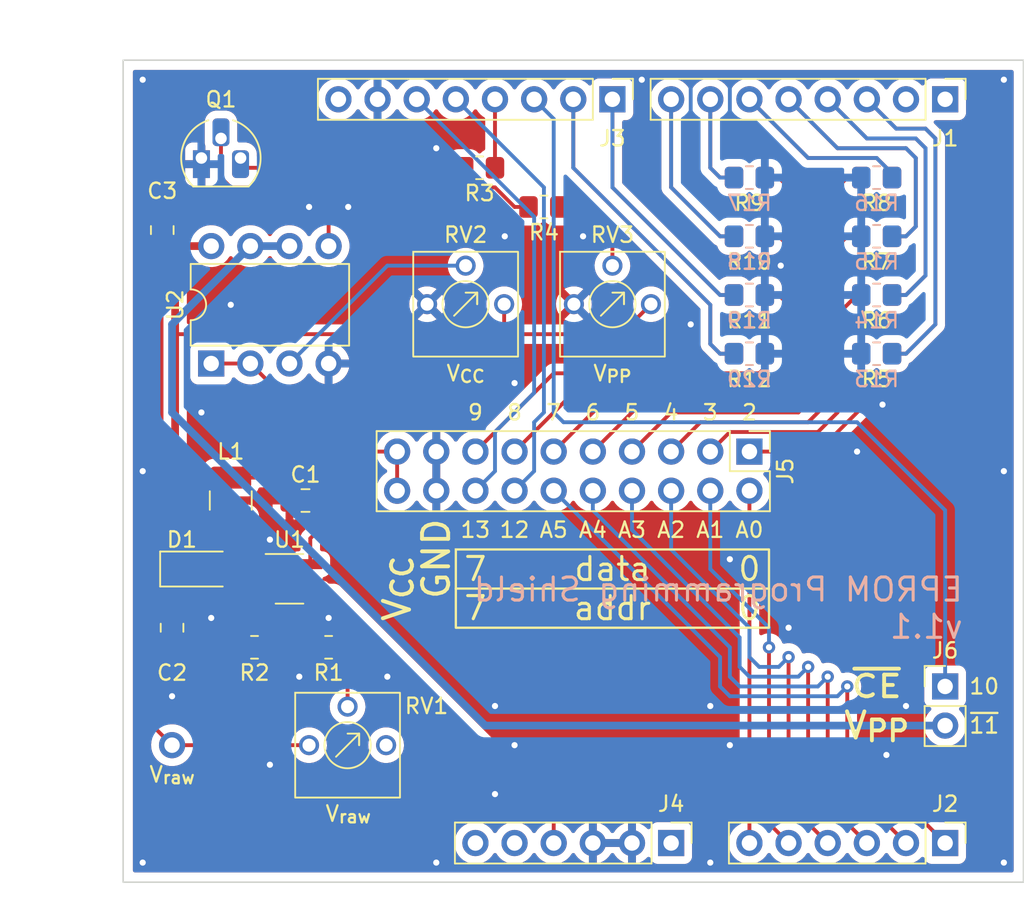
<source format=kicad_pcb>
(kicad_pcb (version 20211014) (generator pcbnew)
  (layers (0 "F.Cu" signal) (31 "B.Cu" signal) (34 "B.Paste" user) (35 "F.Paste" user) (36 "B.SilkS" user "B.Silkscreen") (37 "F.SilkS" user "F.Silkscreen") (38 "B.Mask" user) (39 "F.Mask" user) (44 "Edge.Cuts" user))
  (net 0 "")
  (net 1 "/vccin")
  (net 2 "GND")
  (net 3 "/Vraw")
  (net 4 "Net-(D1-Pad2)")
  (net 7 "/datac0")
  (net 8 "/datac1")
  (net 9 "/datac2")
  (net 10 "/datac3")
  (net 11 "/datac4")
  (net 12 "/datac5")
  (net 13 "/addr0")
  (net 14 "/addr1")
  (net 15 "/addr2")
  (net 16 "/addr3")
  (net 17 "/addr4")
  (net 18 "/addr5")
  (net 19 "/datac6")
  (net 20 "/datac7")
  (net 21 "/ce")
  (net 22 "/vppen")
  (net 23 "/addr6")
  (net 24 "/addr7")
  (net 29 "/data0")
  (net 30 "/data1")
  (net 31 "/data2")
  (net 32 "/data3")
  (net 33 "/data4")
  (net 34 "/data5")
  (net 35 "/data6")
  (net 36 "/data7")
  (net 37 "/vccout")
  (net 38 "/vpp")
  (net 39 "Net-(Q1-Pad2)")
  (net 40 "Net-(Q1-Pad3)")
  (net 41 "Net-(R1-Pad1)")
  (net 43 "Net-(R1-Pad2)")
  (net 44 "Net-(R4-Pad1)")
  (net 45 "Net-(RV2-Pad2)")
  (footprint "Connector_PinHeader_2.54mm:PinHeader_1x06_P2.54mm_Vertical" (layer "F.Cu") (at 175.26 109.22 -90)
    (fp_text reference "J2" (at -2.54 0 180) (layer "F.SilkS"))
    (fp_text value "Conn_01x06")
    (pad "1" thru_hole rect (at 0 0 270) (size 1.7 1.7) (drill 1) (layers *.Cu *.Mask) (net 18 "/addr5"))
    (pad "2" thru_hole oval (at 0 2.54 270) (size 1.7 1.7) (drill 1) (layers *.Cu *.Mask) (net 17 "/addr4"))
    (pad "3" thru_hole oval (at 0 5.08 270) (size 1.7 1.7) (drill 1) (layers *.Cu *.Mask) (net 16 "/addr3"))
    (pad "4" thru_hole oval (at 0 7.62 270) (size 1.7 1.7) (drill 1) (layers *.Cu *.Mask) (net 15 "/addr2"))
    (pad "5" thru_hole oval (at 0 10.16 270) (size 1.7 1.7) (drill 1) (layers *.Cu *.Mask) (net 14 "/addr1"))
    (pad "6" thru_hole oval (at 0 12.7 270) (size 1.7 1.7) (drill 1) (layers *.Cu *.Mask) (net 13 "/addr0"))
  )
  (footprint "MyLibrary:GF063P" (layer "F.Cu") (at 136.485 102.87)
    (fp_text reference "RV1" (at 5.12 -2.54 unlocked) (layer "F.SilkS"))
    (fp_text value "100k")
    (pad "1" thru_hole circle (at -2.5 0) (size 1.3 1.3) (drill 0.85) (layers *.Cu *.Mask) (net 3 "/Vraw"))
    (pad "2" thru_hole circle (at 0 -2.5) (size 1.3 1.3) (drill 0.85) (layers *.Cu *.Mask) (net 41 "Net-(R1-Pad1)"))
    (pad "3" thru_hole circle (at 2.5 0) (size 1.3 1.3) (drill 0.85) (layers *.Cu *.Mask))
  )
  (footprint "Package_TO_SOT_SMD:SOT-23-5_HandSoldering" (layer "F.Cu") (at 132.715 92.075)
    (fp_text reference "U1" (at 0 -2.54) (layer "F.SilkS"))
    (fp_text value "LT1930")
    (pad "1" smd rect (at -1.35 -0.95) (size 1.56 0.65) (layers "F.Cu" "F.Paste" "F.Mask") (net 4 "Net-(D1-Pad2)"))
    (pad "2" smd rect (at -1.35 0) (size 1.56 0.65) (layers "F.Cu" "F.Paste" "F.Mask") (net 2 "GND"))
    (pad "3" smd rect (at -1.35 0.95) (size 1.56 0.65) (layers "F.Cu" "F.Paste" "F.Mask") (net 43 "Net-(R1-Pad2)"))
    (pad "4" smd rect (at 1.35 0.95) (size 1.56 0.65) (layers "F.Cu" "F.Paste" "F.Mask") (net 1 "/vccin"))
    (pad "5" smd rect (at 1.35 -0.95) (size 1.56 0.65) (layers "F.Cu" "F.Paste" "F.Mask") (net 1 "/vccin"))
  )
  (footprint "Connector_PinHeader_2.54mm:PinHeader_1x08_P2.54mm_Vertical" (layer "F.Cu") (at 153.67 60.96 -90)
    (fp_text reference "J3" (at 2.54 0 180) (layer "F.SilkS"))
    (fp_text value "Conn_01x08")
    (pad "1" thru_hole rect (at 0 0 270) (size 1.7 1.7) (drill 1) (layers *.Cu *.Mask) (net 19 "/datac6"))
    (pad "2" thru_hole oval (at 0 2.54 270) (size 1.7 1.7) (drill 1) (layers *.Cu *.Mask) (net 20 "/datac7"))
    (pad "3" thru_hole oval (at 0 5.08 270) (size 1.7 1.7) (drill 1) (layers *.Cu *.Mask) (net 21 "/ce"))
    (pad "4" thru_hole oval (at 0 7.62 270) (size 1.7 1.7) (drill 1) (layers *.Cu *.Mask) (net 22 "/vppen"))
    (pad "5" thru_hole oval (at 0 10.16 270) (size 1.7 1.7) (drill 1) (layers *.Cu *.Mask) (net 23 "/addr6"))
    (pad "6" thru_hole oval (at 0 12.7 270) (size 1.7 1.7) (drill 1) (layers *.Cu *.Mask) (net 24 "/addr7"))
    (pad "7" thru_hole oval (at 0 15.24 270) (size 1.7 1.7) (drill 1) (layers *.Cu *.Mask) (net 2 "GND"))
    (pad "8" thru_hole oval (at 0 17.78 270) (size 1.7 1.7) (drill 1) (layers *.Cu *.Mask))
  )
  (footprint "Resistor_SMD:R_0805_2012Metric_Pad1.20x1.40mm_HandSolder" (layer "F.Cu") (at 170.815 69.85)
    (fp_text reference "R7" (at 0 1.65) (layer "F.SilkS"))
    (fp_text value "3.3k")
    (pad "1" smd roundrect (at -1 0) (size 1.2 1.4) (layers "F.Cu" "F.Paste" "F.Mask") (roundrect_rratio 0.2083333333) (net 31 "/data2"))
    (pad "2" smd roundrect (at 1 0) (size 1.2 1.4) (layers "F.Cu" "F.Paste" "F.Mask") (roundrect_rratio 0.2083333333) (net 9 "/datac2"))
  )
  (footprint "MyLibrary:GF063P" (layer "F.Cu") (at 144.145 74.255)
    (fp_text reference "RV2" (at 0 -4.5 unlocked) (layer "F.SilkS"))
    (fp_text value "100k")
    (pad "1" thru_hole circle (at -2.5 0) (size 1.3 1.3) (drill 0.85) (layers *.Cu *.Mask) (net 2 "GND"))
    (pad "2" thru_hole circle (at 0 -2.5) (size 1.3 1.3) (drill 0.85) (layers *.Cu *.Mask) (net 45 "Net-(RV2-Pad2)"))
    (pad "3" thru_hole circle (at 2.5 0) (size 1.3 1.3) (drill 0.85) (layers *.Cu *.Mask) (net 3 "/Vraw"))
  )
  (footprint "Resistor_SMD:R_0805_2012Metric_Pad1.20x1.40mm_HandSolder" (layer "F.Cu") (at 162.56 73.66 180)
    (fp_text reference "R11" (at 0 -1.65) (layer "F.SilkS"))
    (fp_text value "3.3k")
    (pad "1" smd roundrect (at -1 0 180) (size 1.2 1.4) (layers "F.Cu" "F.Paste" "F.Mask") (roundrect_rratio 0.2083333333) (net 35 "/data6"))
    (pad "2" smd roundrect (at 1 0 180) (size 1.2 1.4) (layers "F.Cu" "F.Paste" "F.Mask") (roundrect_rratio 0.2083333333) (net 19 "/datac6"))
  )
  (footprint "Connector_PinHeader_2.54mm:PinHeader_1x06_P2.54mm_Vertical" (layer "F.Cu") (at 157.48 109.22 -90)
    (fp_text reference "J4" (at -2.54 0 180) (layer "F.SilkS"))
    (fp_text value "Conn_01x06")
    (pad "1" thru_hole rect (at 0 0 270) (size 1.7 1.7) (drill 1) (layers *.Cu *.Mask))
    (pad "2" thru_hole oval (at 0 2.54 270) (size 1.7 1.7) (drill 1) (layers *.Cu *.Mask) (net 2 "GND"))
    (pad "3" thru_hole oval (at 0 5.08 270) (size 1.7 1.7) (drill 1) (layers *.Cu *.Mask) (net 2 "GND"))
    (pad "4" thru_hole oval (at 0 7.62 270) (size 1.7 1.7) (drill 1) (layers *.Cu *.Mask) (net 1 "/vccin"))
    (pad "5" thru_hole oval (at 0 10.16 270) (size 1.7 1.7) (drill 1) (layers *.Cu *.Mask))
    (pad "6" thru_hole oval (at 0 12.7 270) (size 1.7 1.7) (drill 1) (layers *.Cu *.Mask))
  )
  (footprint "Resistor_SMD:R_0805_2012Metric_Pad1.20x1.40mm_HandSolder" (layer "F.Cu") (at 145.05 65.405 180)
    (fp_text reference "R3" (at 0 -1.65) (layer "F.SilkS"))
    (fp_text value "10k")
    (pad "1" smd roundrect (at -1 0 180) (size 1.2 1.4) (layers "F.Cu" "F.Paste" "F.Mask") (roundrect_rratio 0.2083333333) (net 22 "/vppen"))
    (pad "2" smd roundrect (at 1 0 180) (size 1.2 1.4) (layers "F.Cu" "F.Paste" "F.Mask") (roundrect_rratio 0.2083333333) (net 40 "Net-(Q1-Pad3)"))
  )
  (footprint "Resistor_SMD:R_0805_2012Metric_Pad1.20x1.40mm_HandSolder" (layer "F.Cu") (at 162.56 66.04 180)
    (fp_text reference "R9" (at 0 -1.65) (layer "F.SilkS"))
    (fp_text value "3.3k")
    (pad "1" smd roundrect (at -1 0 180) (size 1.2 1.4) (layers "F.Cu" "F.Paste" "F.Mask") (roundrect_rratio 0.2083333333) (net 33 "/data4"))
    (pad "2" smd roundrect (at 1 0 180) (size 1.2 1.4) (layers "F.Cu" "F.Paste" "F.Mask") (roundrect_rratio 0.2083333333) (net 11 "/datac4"))
  )
  (footprint "Resistor_SMD:R_0805_2012Metric_Pad1.20x1.40mm_HandSolder" (layer "F.Cu") (at 149.225 67.945 180)
    (fp_text reference "R4" (at 0 -1.65) (layer "F.SilkS"))
    (fp_text value "10k")
    (pad "1" smd roundrect (at -1 0 180) (size 1.2 1.4) (layers "F.Cu" "F.Paste" "F.Mask") (roundrect_rratio 0.2083333333) (net 44 "Net-(R4-Pad1)"))
    (pad "2" smd roundrect (at 1 0 180) (size 1.2 1.4) (layers "F.Cu" "F.Paste" "F.Mask") (roundrect_rratio 0.2083333333) (net 39 "Net-(Q1-Pad2)"))
  )
  (footprint "Capacitor_SMD:C_0805_2012Metric_Pad1.18x1.45mm_HandSolder" (layer "F.Cu") (at 124.46 69.4475 90)
    (fp_text reference "C3" (at 2.54 0 180) (layer "F.SilkS"))
    (fp_text value "0.1u")
    (pad "1" smd roundrect (at -1.0375 0 90) (size 1.175 1.45) (layers "F.Cu" "F.Paste" "F.Mask") (roundrect_rratio 0.2127659574) (net 3 "/Vraw"))
    (pad "2" smd roundrect (at 1.0375 0 90) (size 1.175 1.45) (layers "F.Cu" "F.Paste" "F.Mask") (roundrect_rratio 0.2127659574) (net 2 "GND"))
  )
  (footprint "Inductor_SMD:L_1210_3225Metric_Pad1.42x2.65mm_HandSolder" (layer "F.Cu") (at 128.905 86.995 -90)
    (fp_text reference "L1" (at -3.175 0 180) (layer "F.SilkS"))
    (fp_text value "10u")
    (pad "1" smd roundrect (at -1.4875 0 270) (size 1.425 2.65) (layers "F.Cu" "F.Paste" "F.Mask") (roundrect_rratio 0.1754392982) (net 1 "/vccin"))
    (pad "2" smd roundrect (at 1.4875 0 270) (size 1.425 2.65) (layers "F.Cu" "F.Paste" "F.Mask") (roundrect_rratio 0.1754392982) (net 4 "Net-(D1-Pad2)"))
  )
  (footprint "Resistor_SMD:R_0805_2012Metric_Pad1.20x1.40mm_HandSolder" (layer "F.Cu") (at 170.815 77.47)
    (fp_text reference "R5" (at 0 1.65) (layer "F.SilkS"))
    (fp_text value "3.3k")
    (pad "1" smd roundrect (at -1 0) (size 1.2 1.4) (layers "F.Cu" "F.Paste" "F.Mask") (roundrect_rratio 0.2083333333) (net 29 "/data0"))
    (pad "2" smd roundrect (at 1 0) (size 1.2 1.4) (layers "F.Cu" "F.Paste" "F.Mask") (roundrect_rratio 0.2083333333) (net 7 "/datac0"))
  )
  (footprint "Resistor_SMD:R_0805_2012Metric_Pad1.20x1.40mm_HandSolder" (layer "F.Cu") (at 170.815 66.04)
    (fp_text reference "R8" (at 0 1.65) (layer "F.SilkS"))
    (fp_text value "3.3k")
    (pad "1" smd roundrect (at -1 0) (size 1.2 1.4) (layers "F.Cu" "F.Paste" "F.Mask") (roundrect_rratio 0.2083333333) (net 32 "/data3"))
    (pad "2" smd roundrect (at 1 0) (size 1.2 1.4) (layers "F.Cu" "F.Paste" "F.Mask") (roundrect_rratio 0.2083333333) (net 10 "/datac3"))
  )
  (footprint "Capacitor_SMD:C_0805_2012Metric_Pad1.18x1.45mm_HandSolder" (layer "F.Cu") (at 133.7525 86.995 180)
    (fp_text reference "C1" (at 0 1.68) (layer "F.SilkS"))
    (fp_text value "4.7u")
    (pad "1" smd roundrect (at -1.0375 0 180) (size 1.175 1.45) (layers "F.Cu" "F.Paste" "F.Mask") (roundrect_rratio 0.2127659574) (net 1 "/vccin"))
    (pad "2" smd roundrect (at 1.0375 0 180) (size 1.175 1.45) (layers "F.Cu" "F.Paste" "F.Mask") (roundrect_rratio 0.2127659574) (net 2 "GND"))
  )
  (footprint "ModifiedKiCadLibrary:PinHeader_2x10_P2.54mm_Vertical_Top_Bottom" (layer "F.Cu") (at 162.56 83.82 -90)
    (fp_text reference "J5" (at 1.27 -2.33 -90) (layer "F.SilkS"))
    (fp_text value "Conn_02x10_Top_Bottom")
    (pad "1" thru_hole rect (at 0 0 270) (size 1.7 1.7) (drill 1) (layers *.Cu *.Mask) (net 29 "/data0"))
    (pad "2" thru_hole oval (at 0 2.54 270) (size 1.7 1.7) (drill 1) (layers *.Cu *.Mask) (net 30 "/data1"))
    (pad "3" thru_hole oval (at 0 5.08 270) (size 1.7 1.7) (drill 1) (layers *.Cu *.Mask) (net 31 "/data2"))
    (pad "4" thru_hole oval (at 0 7.62 270) (size 1.7 1.7) (drill 1) (layers *.Cu *.Mask) (net 32 "/data3"))
    (pad "5" thru_hole oval (at 0 10.16 270) (size 1.7 1.7) (drill 1) (layers *.Cu *.Mask) (net 33 "/data4"))
    (pad "6" thru_hole oval (at 0 12.7 270) (size 1.7 1.7) (drill 1) (layers *.Cu *.Mask) (net 34 "/data5"))
    (pad "7" thru_hole oval (at 0 15.24 270) (size 1.7 1.7) (drill 1) (layers *.Cu *.Mask) (net 35 "/data6"))
    (pad "8" thru_hole oval (at 0 17.78 270) (size 1.7 1.7) (drill 1) (layers *.Cu *.Mask) (net 36 "/data7"))
    (pad "9" thru_hole oval (at 0 20.32 270) (size 1.7 1.7) (drill 1) (layers *.Cu *.Mask) (net 2 "GND"))
    (pad "10" thru_hole oval (at 0 22.86 270) (size 1.7 1.7) (drill 1) (layers *.Cu *.Mask) (net 37 "/vccout"))
    (pad "11" thru_hole oval (at 2.54 0 270) (size 1.7 1.7) (drill 1) (layers *.Cu *.Mask) (net 13 "/addr0"))
    (pad "12" thru_hole oval (at 2.54 2.54 270) (size 1.7 1.7) (drill 1) (layers *.Cu *.Mask) (net 14 "/addr1"))
    (pad "13" thru_hole oval (at 2.54 5.08 270) (size 1.7 1.7) (drill 1) (layers *.Cu *.Mask) (net 15 "/addr2"))
    (pad "14" thru_hole oval (at 2.54 7.62 270) (size 1.7 1.7) (drill 1) (layers *.Cu *.Mask) (net 16 "/addr3"))
    (pad "15" thru_hole oval (at 2.54 10.16 270) (size 1.7 1.7) (drill 1) (layers *.Cu *.Mask) (net 17 "/addr4"))
    (pad "16" thru_hole oval (at 2.54 12.7 270) (size 1.7 1.7) (drill 1) (layers *.Cu *.Mask) (net 18 "/addr5"))
    (pad "17" thru_hole oval (at 2.54 15.24 270) (size 1.7 1.7) (drill 1) (layers *.Cu *.Mask) (net 23 "/addr6"))
    (pad "18" thru_hole oval (at 2.54 17.78 270) (size 1.7 1.7) (drill 1) (layers *.Cu *.Mask) (net 24 "/addr7"))
    (pad "19" thru_hole oval (at 2.54 20.32 270) (size 1.7 1.7) (drill 1) (layers *.Cu *.Mask) (net 2 "GND"))
    (pad "20" thru_hole oval (at 2.54 22.86 270) (size 1.7 1.7) (drill 1) (layers *.Cu *.Mask) (net 37 "/vccout"))
  )
  (footprint "Connector_PinHeader_2.54mm:PinHeader_1x01_P2.54mm_Vertical" (layer "F.Cu") (at 125.095 102.87)
    (fp_text reference "J7" hide)
    (fp_text value "vraw_test")
    (pad "1" thru_hole circle (at 0 0) (size 1.7 1.7) (drill 1) (layers *.Cu *.Mask) (net 3 "/Vraw"))
  )
  (footprint "Resistor_SMD:R_0805_2012Metric_Pad1.20x1.40mm_HandSolder" (layer "F.Cu") (at 162.56 69.85 180)
    (fp_text reference "R10" (at 0 -1.65) (layer "F.SilkS"))
    (fp_text value "3.3k")
    (pad "1" smd roundrect (at -1 0 180) (size 1.2 1.4) (layers "F.Cu" "F.Paste" "F.Mask") (roundrect_rratio 0.2083333333) (net 34 "/data5"))
    (pad "2" smd roundrect (at 1 0 180) (size 1.2 1.4) (layers "F.Cu" "F.Paste" "F.Mask") (roundrect_rratio 0.2083333333) (net 12 "/datac5"))
  )
  (footprint "Resistor_SMD:R_0805_2012Metric_Pad1.20x1.40mm_HandSolder" (layer "F.Cu") (at 135.255 96.52 180)
    (fp_text reference "R1" (at 0 -1.65) (layer "F.SilkS"))
    (fp_text value "20k")
    (pad "1" smd roundrect (at -1 0 180) (size 1.2 1.4) (layers "F.Cu" "F.Paste" "F.Mask") (roundrect_rratio 0.2083333333) (net 41 "Net-(R1-Pad1)"))
    (pad "2" smd roundrect (at 1 0 180) (size 1.2 1.4) (layers "F.Cu" "F.Paste" "F.Mask") (roundrect_rratio 0.2083333333) (net 43 "Net-(R1-Pad2)"))
  )
  (footprint "Connector_PinHeader_2.54mm:PinHeader_1x02_P2.54mm_Vertical" (layer "F.Cu") (at 175.26 99.06)
    (fp_text reference "J6" (at 0 -2.33) (layer "F.SilkS"))
    (fp_text value "Conn_01x02")
    (pad "1" thru_hole rect (at 0 0) (size 1.7 1.7) (drill 1) (layers *.Cu *.Mask) (net 21 "/ce"))
    (pad "2" thru_hole oval (at 0 2.54) (size 1.7 1.7) (drill 1) (layers *.Cu *.Mask) (net 38 "/vpp"))
  )
  (footprint "Connector_PinHeader_2.54mm:PinHeader_1x08_P2.54mm_Vertical" (layer "F.Cu") (at 175.26 60.96 -90)
    (fp_text reference "J1" (at 2.54 0 180) (layer "F.SilkS"))
    (fp_text value "Conn_01x08")
    (pad "1" thru_hole rect (at 0 0 270) (size 1.7 1.7) (drill 1) (layers *.Cu *.Mask))
    (pad "2" thru_hole oval (at 0 2.54 270) (size 1.7 1.7) (drill 1) (layers *.Cu *.Mask))
    (pad "3" thru_hole oval (at 0 5.08 270) (size 1.7 1.7) (drill 1) (layers *.Cu *.Mask) (net 7 "/datac0"))
    (pad "4" thru_hole oval (at 0 7.62 270) (size 1.7 1.7) (drill 1) (layers *.Cu *.Mask) (net 8 "/datac1"))
    (pad "5" thru_hole oval (at 0 10.16 270) (size 1.7 1.7) (drill 1) (layers *.Cu *.Mask) (net 9 "/datac2"))
    (pad "6" thru_hole oval (at 0 12.7 270) (size 1.7 1.7) (drill 1) (layers *.Cu *.Mask) (net 10 "/datac3"))
    (pad "7" thru_hole oval (at 0 15.24 270) (size 1.7 1.7) (drill 1) (layers *.Cu *.Mask) (net 11 "/datac4"))
    (pad "8" thru_hole oval (at 0 17.78 270) (size 1.7 1.7) (drill 1) (layers *.Cu *.Mask) (net 12 "/datac5"))
  )
  (footprint "Diode_SMD:D_1206_3216Metric_Pad1.42x1.75mm_HandSolder" (layer "F.Cu") (at 126.7825 91.44)
    (fp_text reference "D1" (at -1.0525 -1.905) (layer "F.SilkS"))
    (fp_text value "RB160M-30TR")
    (pad "1" smd roundrect (at -1.4875 0) (size 1.425 1.75) (layers "F.Cu" "F.Paste" "F.Mask") (roundrect_rratio 0.1754392982) (net 3 "/Vraw"))
    (pad "2" smd roundrect (at 1.4875 0) (size 1.425 1.75) (layers "F.Cu" "F.Paste" "F.Mask") (roundrect_rratio 0.1754392982) (net 4 "Net-(D1-Pad2)"))
  )
  (footprint "Capacitor_SMD:C_0805_2012Metric_Pad1.18x1.45mm_HandSolder" (layer "F.Cu") (at 125.095 95.25 -90)
    (fp_text reference "C2" (at 2.92 0 180) (layer "F.SilkS"))
    (fp_text value "4.7u")
    (pad "1" smd roundrect (at -1.0375 0 270) (size 1.175 1.45) (layers "F.Cu" "F.Paste" "F.Mask") (roundrect_rratio 0.2127659574) (net 3 "/Vraw"))
    (pad "2" smd roundrect (at 1.0375 0 270) (size 1.175 1.45) (layers "F.Cu" "F.Paste" "F.Mask") (roundrect_rratio 0.2127659574) (net 2 "GND"))
  )
  (footprint "MyLibrary:GF063P" (layer "F.Cu") (at 153.67 74.255)
    (fp_text reference "RV3" (at 0 -4.5 unlocked) (layer "F.SilkS"))
    (fp_text value "100k")
    (pad "1" thru_hole circle (at -2.5 0) (size 1.3 1.3) (drill 0.85) (layers *.Cu *.Mask) (net 2 "GND"))
    (pad "2" thru_hole circle (at 0 -2.5) (size 1.3 1.3) (drill 0.85) (layers *.Cu *.Mask) (net 44 "Net-(R4-Pad1)"))
    (pad "3" thru_hole circle (at 2.5 0) (size 1.3 1.3) (drill 0.85) (layers *.Cu *.Mask) (net 3 "/Vraw"))
  )
  (footprint "Resistor_SMD:R_0805_2012Metric_Pad1.20x1.40mm_HandSolder" (layer "F.Cu") (at 162.56 77.47 180)
    (fp_text reference "R12" (at 0 -1.65) (layer "F.SilkS"))
    (fp_text value "3.3k")
    (pad "1" smd roundrect (at -1 0 180) (size 1.2 1.4) (layers "F.Cu" "F.Paste" "F.Mask") (roundrect_rratio 0.2083333333) (net 36 "/data7"))
    (pad "2" smd roundrect (at 1 0 180) (size 1.2 1.4) (layers "F.Cu" "F.Paste" "F.Mask") (roundrect_rratio 0.2083333333) (net 20 "/datac7"))
  )
  (footprint "Resistor_SMD:R_0805_2012Metric_Pad1.20x1.40mm_HandSolder" (layer "F.Cu") (at 170.815 73.66)
    (fp_text reference "R6" (at 0 1.65) (layer "F.SilkS"))
    (fp_text value "3.3k")
    (pad "1" smd roundrect (at -1 0) (size 1.2 1.4) (layers "F.Cu" "F.Paste" "F.Mask") (roundrect_rratio 0.2083333333) (net 30 "/data1"))
    (pad "2" smd roundrect (at 1 0) (size 1.2 1.4) (layers "F.Cu" "F.Paste" "F.Mask") (roundrect_rratio 0.2083333333) (net 8 "/datac1"))
  )
  (footprint "Resistor_SMD:R_0805_2012Metric_Pad1.20x1.40mm_HandSolder" (layer "F.Cu") (at 130.445 96.52 180)
    (fp_text reference "R2" (at 0 -1.65) (layer "F.SilkS"))
    (fp_text value "10k")
    (pad "1" smd roundrect (at -1 0 180) (size 1.2 1.4) (layers "F.Cu" "F.Paste" "F.Mask") (roundrect_rratio 0.2083333333) (net 43 "Net-(R1-Pad2)"))
    (pad "2" smd roundrect (at 1 0 180) (size 1.2 1.4) (layers "F.Cu" "F.Paste" "F.Mask") (roundrect_rratio 0.2083333333) (net 2 "GND"))
  )
  (footprint "ModifiedKiCadLibrary:DIP-8_W7.62mm_D1mm" (layer "F.Cu") (at 127.635 78.105 90)
    (fp_text reference "U2" (at 3.81 -2.33 90) (layer "F.SilkS"))
    (fp_text value "LM358N")
    (pad "1" thru_hole rect (at 0 0 90) (size 1.7 1.7) (drill 1) (layers *.Cu *.Mask) (net 37 "/vccout"))
    (pad "2" thru_hole oval (at 0 2.54 90) (size 1.7 1.7) (drill 1) (layers *.Cu *.Mask) (net 37 "/vccout"))
    (pad "3" thru_hole oval (at 0 5.08 90) (size 1.7 1.7) (drill 1) (layers *.Cu *.Mask) (net 45 "Net-(RV2-Pad2)"))
    (pad "4" thru_hole oval (at 0 7.62 90) (size 1.7 1.7) (drill 1) (layers *.Cu *.Mask) (net 2 "GND"))
    (pad "5" thru_hole oval (at 7.62 7.62 90) (size 1.7 1.7) (drill 1) (layers *.Cu *.Mask) (net 39 "Net-(Q1-Pad2)"))
    (pad "6" thru_hole oval (at 7.62 5.08 90) (size 1.7 1.7) (drill 1) (layers *.Cu *.Mask) (net 38 "/vpp"))
    (pad "7" thru_hole oval (at 7.62 2.54 90) (size 1.7 1.7) (drill 1) (layers *.Cu *.Mask) (net 38 "/vpp"))
    (pad "8" thru_hole oval (at 7.62 0 90) (size 1.7 1.7) (drill 1) (layers *.Cu *.Mask) (net 3 "/Vraw"))
  )
  (footprint "Package_TO_SOT_THT:TO-92L_HandSolder" (layer "F.Cu") (at 127 64.77)
    (fp_text reference "Q1" (at 1.27 -3.8) (layer "F.SilkS"))
    (fp_text value "2SC1815")
    (pad "1" thru_hole rect (at 0 0) (size 1.1 1.8) (drill 0.75 (offset 0 0.4)) (layers *.Cu *.Mask) (net 2 "GND"))
    (pad "2" thru_hole roundrect (at 1.27 -1.27) (size 1.1 1.8) (drill 0.75 (offset 0 -0.4)) (layers *.Cu *.Mask) (net 39 "Net-(Q1-Pad2)"))
    (pad "3" thru_hole roundrect (at 2.54 0) (size 1.1 1.8) (drill 0.75 (offset 0 0.4)) (layers *.Cu *.Mask) (net 40 "Net-(Q1-Pad3)"))
  )
  (footprint "Resistor_SMD:R_0805_2012Metric_Pad1.20x1.40mm_HandSolder" (layer "B.Cu") (at 162.56 77.47)
    (fp_text reference "R20" (at 0 1.65) (layer "B.SilkS") (effects (justify mirror)))
    (fp_text value "10k")
    (pad "1" smd roundrect (at -1 0) (size 1.2 1.4) (layers "B.Cu" "B.Paste" "B.Mask") (roundrect_rratio 0.2083333333) (net 20 "/datac7"))
    (pad "2" smd roundrect (at 1 0) (size 1.2 1.4) (layers "B.Cu" "B.Paste" "B.Mask") (roundrect_rratio 0.2083333333) (net 2 "GND"))
  )
  (footprint "Resistor_SMD:R_0805_2012Metric_Pad1.20x1.40mm_HandSolder" (layer "B.Cu") (at 162.56 73.66)
    (fp_text reference "R19" (at 0 1.65) (layer "B.SilkS") (effects (justify mirror)))
    (fp_text value "10k")
    (pad "1" smd roundrect (at -1 0) (size 1.2 1.4) (layers "B.Cu" "B.Paste" "B.Mask") (roundrect_rratio 0.2083333333) (net 19 "/datac6"))
    (pad "2" smd roundrect (at 1 0) (size 1.2 1.4) (layers "B.Cu" "B.Paste" "B.Mask") (roundrect_rratio 0.2083333333) (net 2 "GND"))
  )
  (footprint "Resistor_SMD:R_0805_2012Metric_Pad1.20x1.40mm_HandSolder" (layer "B.Cu") (at 170.815 73.66 180)
    (fp_text reference "R14" (at 0 -1.65) (layer "B.SilkS") (effects (justify mirror)))
    (fp_text value "10k")
    (pad "1" smd roundrect (at -1 0 180) (size 1.2 1.4) (layers "B.Cu" "B.Paste" "B.Mask") (roundrect_rratio 0.2083333333) (net 8 "/datac1"))
    (pad "2" smd roundrect (at 1 0 180) (size 1.2 1.4) (layers "B.Cu" "B.Paste" "B.Mask") (roundrect_rratio 0.2083333333) (net 2 "GND"))
  )
  (footprint "Resistor_SMD:R_0805_2012Metric_Pad1.20x1.40mm_HandSolder" (layer "B.Cu") (at 170.815 77.47 180)
    (fp_text reference "R13" (at 0 -1.65) (layer "B.SilkS") (effects (justify mirror)))
    (fp_text value "10k")
    (pad "1" smd roundrect (at -1 0 180) (size 1.2 1.4) (layers "B.Cu" "B.Paste" "B.Mask") (roundrect_rratio 0.2083333333) (net 7 "/datac0"))
    (pad "2" smd roundrect (at 1 0 180) (size 1.2 1.4) (layers "B.Cu" "B.Paste" "B.Mask") (roundrect_rratio 0.2083333333) (net 2 "GND"))
  )
  (footprint "Resistor_SMD:R_0805_2012Metric_Pad1.20x1.40mm_HandSolder" (layer "B.Cu") (at 162.56 69.85)
    (fp_text reference "R18" (at 0 1.65) (layer "B.SilkS") (effects (justify mirror)))
    (fp_text value "10k")
    (pad "1" smd roundrect (at -1 0) (size 1.2 1.4) (layers "B.Cu" "B.Paste" "B.Mask") (roundrect_rratio 0.2083333333) (net 12 "/datac5"))
    (pad "2" smd roundrect (at 1 0) (size 1.2 1.4) (layers "B.Cu" "B.Paste" "B.Mask") (roundrect_rratio 0.2083333333) (net 2 "GND"))
  )
  (footprint "Resistor_SMD:R_0805_2012Metric_Pad1.20x1.40mm_HandSolder" (layer "B.Cu") (at 162.56 66.04)
    (fp_text reference "R17" (at 0 1.65) (layer "B.SilkS") (effects (justify mirror)))
    (fp_text value "10k")
    (pad "1" smd roundrect (at -1 0) (size 1.2 1.4) (layers "B.Cu" "B.Paste" "B.Mask") (roundrect_rratio 0.2083333333) (net 11 "/datac4"))
    (pad "2" smd roundrect (at 1 0) (size 1.2 1.4) (layers "B.Cu" "B.Paste" "B.Mask") (roundrect_rratio 0.2083333333) (net 2 "GND"))
  )
  (footprint "Resistor_SMD:R_0805_2012Metric_Pad1.20x1.40mm_HandSolder" (layer "B.Cu") (at 170.815 66.04 180)
    (fp_text reference "R16" (at 0 -1.65) (layer "B.SilkS") (effects (justify mirror)))
    (fp_text value "10k")
    (pad "1" smd roundrect (at -1 0 180) (size 1.2 1.4) (layers "B.Cu" "B.Paste" "B.Mask") (roundrect_rratio 0.2083333333) (net 10 "/datac3"))
    (pad "2" smd roundrect (at 1 0 180) (size 1.2 1.4) (layers "B.Cu" "B.Paste" "B.Mask") (roundrect_rratio 0.2083333333) (net 2 "GND"))
  )
  (footprint "Resistor_SMD:R_0805_2012Metric_Pad1.20x1.40mm_HandSolder" (layer "B.Cu") (at 170.815 69.85 180)
    (fp_text reference "R15" (at 0 -1.65) (layer "B.SilkS") (effects (justify mirror)))
    (fp_text value "10k")
    (pad "1" smd roundrect (at -1 0 180) (size 1.2 1.4) (layers "B.Cu" "B.Paste" "B.Mask") (roundrect_rratio 0.2083333333) (net 9 "/datac2"))
    (pad "2" smd roundrect (at 1 0 180) (size 1.2 1.4) (layers "B.Cu" "B.Paste" "B.Mask") (roundrect_rratio 0.2083333333) (net 2 "GND"))
  )
  (gr_line (start 143.51 92.71) (end 163.83 92.71) (layer "F.SilkS") (width 0.15))
  (gr_rect (start 143.51 90.17) (end 163.83 95.25) (layer "F.SilkS") (width 0.15) (fill none))
  (gr_rect (start 121.92 58.42) (end 180.34 111.76) (layer "Edge.Cuts") (width 0.1) (fill none))
  (gr_text "EPROM Programming Shield\nv1.1" (at 176.53 93.98) (layer "B.SilkS") (effects (font (size 1.5 1.5) (thickness 0.2)) (justify left mirror)))
  (gr_text "V_{CC}" (at 139.7 92.71 90) (layer "F.SilkS") (effects (font (size 1.7 1.7) (thickness 0.25))))
  (gr_text "~{11}" (at 177.8 101.6) (layer "F.SilkS") (effects (font (size 1 1))))
  (gr_text "A0" (at 162.56 88.9) (layer "F.SilkS") (effects (font (size 1 1))))
  (gr_text "2" (at 162.56 81.28) (layer "F.SilkS") (effects (font (size 1 1))))
  (gr_text "V_{raw}" (at 136.525 107.315) (layer "F.SilkS") (effects (font (size 1 1))))
  (gr_text "10" (at 177.8 99.06) (layer "F.SilkS") (effects (font (size 1 1))))
  (gr_text "9" (at 144.78 81.28) (layer "F.SilkS") (effects (font (size 1 1))))
  (gr_text "5" (at 154.94 81.28) (layer "F.SilkS") (effects (font (size 1 1))))
  (gr_text "0" (at 162.56 93.98) (layer "F.SilkS") (effects (font (size 1.5 1.5) (thickness 0.2))))
  (gr_text "7" (at 144.78 93.98) (layer "F.SilkS") (effects (font (size 1.5 1.5) (thickness 0.2))))
  (gr_text "4" (at 157.48 81.28) (layer "F.SilkS") (effects (font (size 1 1))))
  (gr_text "8" (at 147.32 81.28) (layer "F.SilkS") (effects (font (size 1 1))))
  (gr_text "V_{raw}" (at 125.095 104.775) (layer "F.SilkS") (effects (font (size 1 1))))
  (gr_text "~{CE}" (at 170.815 99.06) (layer "F.SilkS") (effects (font (size 1.4 1.7) (thickness 0.25))))
  (gr_text "13" (at 144.78 88.9) (layer "F.SilkS") (effects (font (size 1 1))))
  (gr_text "GND	" (at 142.24 90.17 90) (layer "F.SilkS") (effects (font (size 1.7 1.7) (thickness 0.25))))
  (gr_text "V_{CC}" (at 144.145 78.74) (layer "F.SilkS") (effects (font (size 1 1))))
  (gr_text "12" (at 147.32 88.9) (layer "F.SilkS") (effects (font (size 1 1))))
  (gr_text "A4" (at 152.4 88.9) (layer "F.SilkS") (effects (font (size 1 1))))
  (gr_text "0" (at 162.56 91.44) (layer "F.SilkS") (effects (font (size 1.5 1.5) (thickness 0.2))))
  (gr_text "7" (at 144.78 91.44) (layer "F.SilkS") (effects (font (size 1.5 1.5) (thickness 0.2))))
  (gr_text "A2" (at 157.48 88.9) (layer "F.SilkS") (effects (font (size 1 1))))
  (gr_text "A1" (at 160.02 88.9) (layer "F.SilkS") (effects (font (size 1 1))))
  (gr_text "3" (at 160.02 81.28) (layer "F.SilkS") (effects (font (size 1 1))))
  (gr_text "A3" (at 154.94 88.9) (layer "F.SilkS") (effects (font (size 1 1))))
  (gr_text "A5" (at 149.86 88.9) (layer "F.SilkS") (effects (font (size 1 1))))
  (gr_text "V_{PP}" (at 153.67 78.74) (layer "F.SilkS") (effects (font (size 1 1))))
  (gr_text "6" (at 152.4 81.28) (layer "F.SilkS") (effects (font (size 1 1))))
  (gr_text "7" (at 149.86 81.28) (layer "F.SilkS") (effects (font (size 1 1))))
  (gr_text "V_{PP}" (at 170.815 101.6) (layer "F.SilkS") (effects (font (size 1.7 1.7) (thickness 0.25))))
  (gr_text "addr" (at 153.67 93.98) (layer "F.SilkS") (effects (font (size 1.5 1.5) (thickness 0.2))))
  (gr_text "data" (at 153.67 91.44) (layer "F.SilkS") (effects (font (size 1.5 1.5) (thickness 0.2))))
  (segment (start 134.4025 85.5075) (end 134.79 85.895) (width 0.25) (layer "F.Cu") (net 1))
  (segment (start 134.79 88.73) (end 134.065 89.455) (width 0.25) (layer "F.Cu") (net 1))
  (segment (start 135.57 93.025) (end 134.065 93.025) (width 0.25) (layer "F.Cu") (net 1))
  (segment (start 128.905 85.5075) (end 134.4025 85.5075) (width 0.25) (layer "F.Cu") (net 1))
  (segment (start 149.86 109.22) (end 149.86 107.315) (width 0.25) (layer "F.Cu") (net 1))
  (segment (start 134.79 86.995) (end 134.79 88.73) (width 0.25) (layer "F.Cu") (net 1))
  (segment (start 134.065 89.455) (end 134.065 91.125) (width 0.25) (layer "F.Cu") (net 1))
  (segment (start 134.065 93.025) (end 134.065 91.125) (width 0.25) (layer "F.Cu") (net 1))
  (segment (start 149.86 107.315) (end 135.57 93.025) (width 0.25) (layer "F.Cu") (net 1))
  (segment (start 134.79 85.895) (end 134.79 86.995) (width 0.25) (layer "F.Cu") (net 1))
  (segment (start 132.715 92.075) (end 132.715 94.615) (width 0.5) (layer "F.Cu") (net 2))
  (segment (start 132.715 92.075) (end 131.365 92.075) (width 0.25) (layer "F.Cu") (net 2))
  (segment (start 132.715 89.535) (end 132.715 92.075) (width 0.5) (layer "F.Cu") (net 2))
  (via (at 169.545 83.82) (size 0.8) (drill 0.4) (layers "F.Cu" "B.Cu") (net 2))
  (via (at 161.29 102.87) (size 0.8) (drill 0.4) (layers "F.Cu" "B.Cu") (net 2))
  (via (at 164.592 71.755) (size 0.8) (drill 0.4) (layers "F.Cu" "B.Cu") (net 2))
  (via (at 160.02 110.49) (size 0.8) (drill 0.4) (layers "F.Cu" "B.Cu") (net 2))
  (via (at 123.19 59.69) (size 0.8) (drill 0.4) (layers "F.Cu" "B.Cu") (net 2))
  (via (at 165.1 95.25) (size 0.8) (drill 0.4) (layers "F.Cu" "B.Cu") (net 2))
  (via (at 151.765 69.85) (size 0.8) (drill 0.4) (layers "F.Cu" "B.Cu") (net 2))
  (via (at 123.19 85.09) (size 0.8) (drill 0.4) (layers "F.Cu" "B.Cu") (net 2))
  (via (at 179.07 110.49) (size 0.8) (drill 0.4) (layers "F.Cu" "B.Cu") (net 2))
  (via (at 142.24 110.49) (size 0.8) (drill 0.4) (layers "F.Cu" "B.Cu") (net 2))
  (via (at 123.19 110.49) (size 0.8) (drill 0.4) (layers "F.Cu" "B.Cu") (net 2))
  (via (at 133.35 98.425) (size 0.8) (drill 0.4) (layers "F.Cu" "B.Cu") (net 2))
  (via (at 135.255 94.615) (size 0.8) (drill 0.4) (layers "F.Cu" "B.Cu") (net 2))
  (via (at 131.445 89.535) (size 0.8) (drill 0.4) (layers "F.Cu" "B.Cu") (net 2))
  (via (at 127.635 94.615) (size 0.8) (drill 0.4) (layers "F.Cu" "B.Cu") (net 2))
  (via (at 158.75 75.565) (size 0.8) (drill 0.4) (layers "F.Cu" "B.Cu") (net 2))
  (via (at 171.196 80.772) (size 0.8) (drill 0.4) (layers "F.Cu" "B.Cu") (net 2))
  (via (at 155.575 59.69) (size 0.8) (drill 0.4) (layers "F.Cu" "B.Cu") (net 2))
  (via (at 147.32 102.87) (size 0.8) (drill 0.4) (layers "F.Cu" "B.Cu") (net 2))
  (via (at 142.24 64.135) (size 0.8) (drill 0.4) (layers "F.Cu" "B.Cu") (net 2))
  (via (at 131.445 104.14) (size 0.8) (drill 0.4) (layers "F.Cu" "B.Cu") (net 2))
  (via (at 146.05 100.33) (size 0.8) (drill 0.4) (layers "F.Cu" "B.Cu") (net 2))
  (via (at 146.05 106.045) (size 0.8) (drill 0.4) (layers "F.Cu" "B.Cu") (net 2))
  (via (at 161.29 90.805) (size 0.8) (drill 0.4) (layers "F.Cu" "B.Cu") (net 2))
  (via (at 179.07 59.69) (size 0.8) (drill 0.4) (layers "F.Cu" "B.Cu") (net 2))
  (via (at 147.32 79.375) (size 0.8) (drill 0.4) (layers "F.Cu" "B.Cu") (net 2))
  (via (at 160.02 100.33) (size 0.8) (drill 0.4) (layers "F.Cu" "B.Cu") (net 2))
  (via (at 125.095 99.695) (size 0.8) (drill 0.4) (layers "F.Cu" "B.Cu") (net 2))
  (via (at 172.72 100.33) (size 0.8) (drill 0.4) (layers "F.Cu" "B.Cu") (net 2))
  (via (at 136.525 67.945) (size 0.8) (drill 0.4) (layers "F.Cu" "B.Cu") (net 2))
  (via (at 179.07 85.09) (size 0.8) (drill 0.4) (layers "F.Cu" "B.Cu") (net 2))
  (via (at 127 81.28) (size 0.8) (drill 0.4) (layers "F.Cu" "B.Cu") (net 2))
  (via (at 139.065 98.425) (size 0.8) (drill 0.4) (layers "F.Cu" "B.Cu") (net 2))
  (via (at 146.685 69.85) (size 0.8) (drill 0.4) (layers "F.Cu" "B.Cu") (net 2))
  (via (at 133.985 67.945) (size 0.8) (drill 0.4) (layers "F.Cu" "B.Cu") (net 2))
  (via (at 171.45 103.505) (size 0.8) (drill 0.4) (layers "F.Cu" "B.Cu") (net 2))
  (via (at 128.905 74.295) (size 0.8) (drill 0.4) (layers "F.Cu" "B.Cu") (net 2))
  (segment (start 158.75 59.69) (end 158.75 62.865) (width 0.25) (layer "B.Cu") (net 2))
  (segment (start 161.29 59.69) (end 161.29 62.865) (width 0.25) (layer "B.Cu") (net 2))
  (segment (start 125.295 91.44) (end 125.295 94.0125) (width 0.5) (layer "F.Cu") (net 3))
  (segment (start 123.825 101.6) (end 125.095 102.87) (width 0.25) (layer "F.Cu") (net 3))
  (segment (start 125.295 91.44) (end 125.295 76) (width 0.5) (layer "F.Cu") (net 3))
  (segment (start 125.095 94.2125) (end 124.8625 94.2125) (width 0.25) (layer "F.Cu") (net 3))
  (segment (start 125.295 76) (end 125.295 72.825) (width 0.5) (layer "F.Cu") (net 3))
  (segment (start 125.495 76.2) (end 125.295 76) (width 0.25) (layer "F.Cu") (net 3))
  (segment (start 133.35 76.2) (end 146.685 76.2) (width 0.25) (layer "F.Cu") (net 3))
  (segment (start 146.685 76.2) (end 154.225 76.2) (width 0.25) (layer "F.Cu") (net 3))
  (segment (start 124.46 70.485) (end 124.46 71.99) (width 0.5) (layer "F.Cu") (net 3))
  (segment (start 127.635 70.485) (end 124.46 70.485) (width 0.5) (layer "F.Cu") (net 3))
  (segment (start 123.825 95.25) (end 123.825 101.6) (width 0.25) (layer "F.Cu") (net 3))
  (segment (start 124.46 71.99) (end 125.295 72.825) (width 0.5) (layer "F.Cu") (net 3))
  (segment (start 154.225 76.2) (end 156.17 74.255) (width 0.25) (layer "F.Cu") (net 3))
  (segment (start 125.295 94.0125) (end 125.095 94.2125) (width 0.25) (layer "F.Cu") (net 3))
  (segment (start 133.35 76.2) (end 125.495 76.2) (width 0.25) (layer "F.Cu") (net 3))
  (segment (start 133.985 102.87) (end 125.095 102.87) (width 0.25) (layer "F.Cu") (net 3))
  (segment (start 146.645 76.16) (end 146.685 76.2) (width 0.25) (layer "F.Cu") (net 3))
  (segment (start 124.8625 94.2125) (end 123.825 95.25) (width 0.25) (layer "F.Cu") (net 3))
  (segment (start 146.645 74.255) (end 146.645 76.16) (width 0.25) (layer "F.Cu") (net 3))
  (segment (start 128.585 91.125) (end 128.27 91.44) (width 0.25) (layer "F.Cu") (net 4))
  (segment (start 128.27 89.1175) (end 128.905 88.4825) (width 0.25) (layer "F.Cu") (net 4))
  (segment (start 128.27 91.44) (end 128.27 89.1175) (width 0.5) (layer "F.Cu") (net 4))
  (segment (start 131.365 91.125) (end 128.585 91.125) (width 0.25) (layer "F.Cu") (net 4))
  (segment (start 172.72 77.47) (end 171.815 77.47) (width 0.25) (layer "F.Cu") (net 7))
  (segment (start 174.625 75.565) (end 172.72 77.47) (width 0.25) (layer "F.Cu") (net 7))
  (segment (start 172.085 62.865) (end 173.99 62.865) (width 0.25) (layer "F.Cu") (net 7))
  (segment (start 170.18 60.96) (end 172.085 62.865) (width 0.25) (layer "F.Cu") (net 7))
  (segment (start 174.625 63.5) (end 174.625 75.565) (width 0.25) (layer "F.Cu") (net 7))
  (segment (start 173.99 62.865) (end 174.625 63.5) (width 0.25) (layer "F.Cu") (net 7))
  (segment (start 174.625 63.5) (end 174.625 75.565) (width 0.25) (layer "B.Cu") (net 7))
  (segment (start 172.72 77.47) (end 171.815 77.47) (width 0.25) (layer "B.Cu") (net 7))
  (segment (start 170.18 60.96) (end 172.085 62.865) (width 0.25) (layer "B.Cu") (net 7))
  (segment (start 173.99 62.865) (end 174.625 63.5) (width 0.25) (layer "B.Cu") (net 7))
  (segment (start 172.085 62.865) (end 173.99 62.865) (width 0.25) (layer "B.Cu") (net 7))
  (segment (start 174.625 75.565) (end 172.72 77.47) (width 0.25) (layer "B.Cu") (net 7))
  (segment (start 173.99 64.135) (end 173.99 72.39) (width 0.25) (layer "F.Cu") (net 8))
  (segment (start 173.99 72.39) (end 172.72 73.66) (width 0.25) (layer "F.Cu") (net 8))
  (segment (start 173.355 63.5) (end 173.99 64.135) (width 0.25) (layer "F.Cu") (net 8))
  (segment (start 170.18 63.5) (end 173.355 63.5) (width 0.25) (layer "F.Cu") (net 8))
  (segment (start 167.64 60.96) (end 170.18 63.5) (width 0.25) (layer "F.Cu") (net 8))
  (segment (start 172.72 73.66) (end 171.815 73.66) (width 0.25) (layer "F.Cu") (net 8))
  (segment (start 167.64 60.96) (end 170.18 63.5) (width 0.25) (layer "B.Cu") (net 8))
  (segment (start 173.99 72.39) (end 172.72 73.66) (width 0.25) (layer "B.Cu") (net 8))
  (segment (start 173.99 64.135) (end 173.99 72.39) (width 0.25) (layer "B.Cu") (net 8))
  (segment (start 173.355 63.5) (end 173.99 64.135) (width 0.25) (layer "B.Cu") (net 8))
  (segment (start 170.18 63.5) (end 173.355 63.5) (width 0.25) (layer "B.Cu") (net 8))
  (segment (start 172.72 73.66) (end 171.815 73.66) (width 0.25) (layer "B.Cu") (net 8))
  (segment (start 165.1 60.96) (end 168.275 64.135) (width 0.25) (layer "F.Cu") (net 9))
  (segment (start 173.355 64.77) (end 173.355 69.215) (width 0.25) (layer "F.Cu") (net 9))
  (segment (start 173.355 69.215) (end 172.72 69.85) (width 0.25) (layer "F.Cu") (net 9))
  (segment (start 172.72 64.135) (end 173.355 64.77) (width 0.25) (layer "F.Cu") (net 9))
  (segment (start 168.275 64.135) (end 172.72 64.135) (width 0.25) (layer "F.Cu") (net 9))
  (segment (start 172.72 69.85) (end 171.815 69.85) (width 0.25) (layer "F.Cu") (net 9))
  (segment (start 165.1 60.96) (end 168.275 64.135) (width 0.25) (layer "B.Cu") (net 9))
  (segment (start 172.72 64.135) (end 173.355 64.77) (width 0.25) (layer "B.Cu") (net 9))
  (segment (start 173.355 64.77) (end 173.355 69.215) (width 0.25) (layer "B.Cu") (net 9))
  (segment (start 173.355 69.215) (end 172.72 69.85) (width 0.25) (layer "B.Cu") (net 9))
  (segment (start 168.275 64.135) (end 172.72 64.135) (width 0.25) (layer "B.Cu") (net 9))
  (segment (start 172.72 69.85) (end 171.815 69.85) (width 0.25) (layer "B.Cu") (net 9))
  (segment (start 162.56 60.96) (end 166.37 64.77) (width 0.25) (layer "F.Cu") (net 10))
  (segment (start 166.37 64.77) (end 170.815 64.77) (width 0.25) (layer "F.Cu") (net 10))
  (segment (start 170.815 64.77) (end 171.815 65.77) (width 0.25) (layer "F.Cu") (net 10))
  (segment (start 171.815 65.77) (end 171.815 66.04) (width 0.25) (layer "F.Cu") (net 10))
  (segment (start 170.815 64.77) (end 171.815 65.77) (width 0.25) (layer "B.Cu") (net 10))
  (segment (start 166.37 64.77) (end 170.815 64.77) (width 0.25) (layer "B.Cu") (net 10))
  (segment (start 162.56 60.96) (end 166.37 64.77) (width 0.25) (layer "B.Cu") (net 10))
  (segment (start 171.815 65.77) (end 171.815 66.04) (width 0.25) (layer "B.Cu") (net 10))
  (segment (start 160.02 60.96) (end 160.02 65.405) (width 0.25) (layer "F.Cu") (net 11))
  (segment (start 160.02 65.405) (end 160.655 66.04) (width 0.25) (layer "F.Cu") (net 11))
  (segment (start 160.655 66.04) (end 161.56 66.04) (width 0.25) (layer "F.Cu") (net 11))
  (segment (start 160.02 65.405) (end 160.655 66.04) (width 0.25) (layer "B.Cu") (net 11))
  (segment (start 160.655 66.04) (end 161.56 66.04) (width 0.25) (layer "B.Cu") (net 11))
  (segment (start 160.02 60.96) (end 160.02 65.405) (width 0.25) (layer "B.Cu") (net 11))
  (segment (start 157.48 60.96) (end 157.48 66.675) (width 0.25) (layer "F.Cu") (net 12))
  (segment (start 160.655 69.85) (end 161.56 69.85) (width 0.25) (layer "F.Cu") (net 12))
  (segment (start 157.48 66.675) (end 160.655 69.85) (width 0.25) (layer "F.Cu") (net 12))
  (segment (start 157.48 66.675) (end 160.655 69.85) (width 0.25) (layer "B.Cu") (net 12))
  (segment (start 160.655 69.85) (end 161.56 69.85) (width 0.25) (layer "B.Cu") (net 12))
  (segment (start 157.48 60.96) (end 157.48 66.675) (width 0.25) (layer "B.Cu") (net 12))
  (segment (start 162.56 86.36) (end 162.56 109.22) (width 0.25) (layer "F.Cu") (net 13))
  (segment (start 163.83 107.95) (end 165.1 109.22) (width 0.25) (layer "F.Cu") (net 14))
  (segment (start 163.83 96.52) (end 163.83 107.95) (width 0.25) (layer "F.Cu") (net 14))
  (via (at 163.83 96.52) (size 0.8) (drill 0.4) (layers "F.Cu" "B.Cu") (net 14))
  (segment (start 160.02 91.44) (end 163.83 95.25) (width 0.25) (layer "B.Cu") (net 14))
  (segment (start 160.02 86.36) (end 160.02 91.44) (width 0.25) (layer "B.Cu") (net 14))
  (segment (start 163.83 95.25) (end 163.83 96.52) (width 0.25) (layer "B.Cu") (net 14))
  (segment (start 165.1 106.68) (end 167.64 109.22) (width 0.25) (layer "F.Cu") (net 15))
  (segment (start 165.1 97.155) (end 165.1 106.68) (width 0.25) (layer "F.Cu") (net 15))
  (via (at 165.1 97.155) (size 0.8) (drill 0.4) (layers "F.Cu" "B.Cu") (net 15))
  (segment (start 157.48 90.17) (end 162.56 95.25) (width 0.25) (layer "B.Cu") (net 15))
  (segment (start 165.1 97.155) (end 164.465 97.79) (width 0.25) (layer "B.Cu") (net 15))
  (segment (start 162.56 97.155) (end 162.56 95.25) (width 0.25) (layer "B.Cu") (net 15))
  (segment (start 163.195 97.79) (end 162.56 97.155) (width 0.25) (layer "B.Cu") (net 15))
  (segment (start 157.48 86.36) (end 157.48 90.17) (width 0.25) (layer "B.Cu") (net 15))
  (segment (start 164.465 97.79) (end 163.195 97.79) (width 0.25) (layer "B.Cu") (net 15))
  (segment (start 166.37 97.79) (end 166.37 105.41) (width 0.25) (layer "F.Cu") (net 16))
  (segment (start 166.37 105.41) (end 170.18 109.22) (width 0.25) (layer "F.Cu") (net 16))
  (via (at 166.37 97.79) (size 0.8) (drill 0.4) (layers "F.Cu" "B.Cu") (net 16))
  (segment (start 162.56 98.425) (end 165.735 98.425) (width 0.25) (layer "B.Cu") (net 16))
  (segment (start 161.925 97.79) (end 162.56 98.425) (width 0.25) (layer "B.Cu") (net 16))
  (segment (start 165.735 98.425) (end 166.37 97.79) (width 0.25) (layer "B.Cu") (net 16))
  (segment (start 154.94 88.9) (end 161.925 95.885) (width 0.25) (layer "B.Cu") (net 16))
  (segment (start 154.94 86.36) (end 154.94 88.9) (width 0.25) (layer "B.Cu") (net 16))
  (segment (start 161.925 95.885) (end 161.925 97.79) (width 0.25) (layer "B.Cu") (net 16))
  (segment (start 167.64 104.14) (end 172.72 109.22) (width 0.25) (layer "F.Cu") (net 17))
  (segment (start 167.64 98.425) (end 167.64 104.14) (width 0.25) (layer "F.Cu") (net 17))
  (via (at 167.64 98.425) (size 0.8) (drill 0.4) (layers "F.Cu" "B.Cu") (net 17))
  (segment (start 152.4 86.36) (end 152.4 87.63) (width 0.25) (layer "B.Cu") (net 17))
  (segment (start 161.29 98.425) (end 161.29 96.52) (width 0.25) (layer "B.Cu") (net 17))
  (segment (start 167.005 99.06) (end 161.925 99.06) (width 0.25) (layer "B.Cu") (net 17))
  (segment (start 167.64 98.425) (end 167.005 99.06) (width 0.25) (layer "B.Cu") (net 17))
  (segment (start 152.4 87.63) (end 161.29 96.52) (width 0.25) (layer "B.Cu") (net 17))
  (segment (start 161.925 99.06) (end 161.29 98.425) (width 0.25) (layer "B.Cu") (net 17))
  (segment (start 168.91 99.06) (end 168.91 102.87) (width 0.25) (layer "F.Cu") (net 18))
  (segment (start 168.91 102.87) (end 175.26 109.22) (width 0.25) (layer "F.Cu") (net 18))
  (via (at 168.91 99.06) (size 0.8) (drill 0.4) (layers "F.Cu" "B.Cu") (net 18))
  (segment (start 168.275 99.695) (end 161.29 99.695) (width 0.25) (layer "B.Cu") (net 18))
  (segment (start 168.91 99.06) (end 168.275 99.695) (width 0.25) (layer "B.Cu") (net 18))
  (segment (start 160.655 99.06) (end 160.655 97.155) (width 0.25) (layer "B.Cu") (net 18))
  (segment (start 161.29 99.695) (end 160.655 99.06) (width 0.25) (layer "B.Cu") (net 18))
  (segment (start 160.655 97.155) (end 149.86 86.36) (width 0.25) (layer "B.Cu") (net 18))
  (segment (start 160.655 73.66) (end 161.56 73.66) (width 0.25) (layer "F.Cu") (net 19))
  (segment (start 153.67 66.675) (end 160.655 73.66) (width 0.25) (layer "F.Cu") (net 19))
  (segment (start 153.67 60.96) (end 153.67 66.675) (width 0.25) (layer "F.Cu") (net 19))
  (segment (start 153.67 66.675) (end 160.655 73.66) (width 0.25) (layer "B.Cu") (net 19))
  (segment (start 153.67 60.96) (end 153.67 66.675) (width 0.25) (layer "B.Cu") (net 19))
  (segment (start 160.655 73.66) (end 161.56 73.66) (width 0.25) (layer "B.Cu") (net 19))
  (segment (start 160.02 76.835) (end 160.655 77.47) (width 0.25) (layer "F.Cu") (net 20))
  (segment (start 151.13 65.405) (end 160.02 74.295) (width 0.25) (layer "F.Cu") (net 20))
  (segment (start 160.655 77.47) (end 161.56 77.47) (width 0.25) (layer "F.Cu") (net 20))
  (segment (start 160.02 74.295) (end 160.02 76.835) (width 0.25) (layer "F.Cu") (net 20))
  (segment (start 151.13 60.96) (end 151.13 65.405) (width 0.25) (layer "F.Cu") (net 20))
  (segment (start 160.02 74.295) (end 160.02 76.835) (width 0.25) (layer "B.Cu") (net 20))
  (segment (start 160.02 76.835) (end 160.655 77.47) (width 0.25) (layer "B.Cu") (net 20))
  (segment (start 151.13 65.405) (end 160.02 74.295) (width 0.25) (layer "B.Cu") (net 20))
  (segment (start 160.655 77.47) (end 161.56 77.47) (width 0.25) (layer "B.Cu") (net 20))
  (segment (start 151.13 60.96) (end 151.13 65.405) (width 0.25) (layer "B.Cu") (net 20))
  (segment (start 150.495 81.915) (end 169.545 81.915) (width 0.25) (layer "B.Cu") (net 21))
  (segment (start 148.59 60.96) (end 149.86 62.23) (width 0.25) (layer "B.Cu") (net 21))
  (segment (start 169.545 81.915) (end 175.26 87.63) (width 0.25) (layer "B.Cu") (net 21))
  (segment (start 149.86 62.23) (end 149.86 81.28) (width 0.25) (layer "B.Cu") (net 21))
  (segment (start 175.26 87.63) (end 175.26 99.06) (width 0.25) (layer "B.Cu") (net 21))
  (segment (start 149.86 81.28) (end 150.495 81.915) (width 0.25) (layer "B.Cu") (net 21))
  (segment (start 146.05 60.96) (end 146.05 65.405) (width 0.25) (layer "F.Cu") (net 22))
  (segment (start 149.225 81.28) (end 148.59 81.915) (width 0.25) (layer "B.Cu") (net 23))
  (segment (start 149.225 66.675) (end 149.225 81.28) (width 0.25) (layer "B.Cu") (net 23))
  (segment (start 148.59 85.09) (end 147.32 86.36) (width 0.25) (layer "B.Cu") (net 23))
  (segment (start 148.59 81.915) (end 148.59 85.09) (width 0.25) (layer "B.Cu") (net 23))
  (segment (start 143.51 60.96) (end 149.225 66.675) (width 0.25) (layer "B.Cu") (net 23))
  (segment (start 140.97 60.96) (end 148.59 68.58) (width 0.25) (layer "B.Cu") (net 24))
  (segment (start 146.05 85.09) (end 144.78 86.36) (width 0.25) (layer "B.Cu") (net 24))
  (segment (start 148.59 80.01) (end 146.05 82.55) (width 0.25) (layer "B.Cu") (net 24))
  (segment (start 146.05 82.55) (end 146.05 85.09) (width 0.25) (layer "B.Cu") (net 24))
  (segment (start 148.59 68.58) (end 148.59 80.01) (width 0.25) (layer "B.Cu") (net 24))
  (segment (start 169.815 81.01) (end 169.815 77.47) (width 0.25) (layer "F.Cu") (net 29))
  (segment (start 162.56 83.82) (end 167.005 83.82) (width 0.25) (layer "F.Cu") (net 29))
  (segment (start 167.005 83.82) (end 169.815 81.01) (width 0.25) (layer "F.Cu") (net 29))
  (segment (start 167.005 82.55) (end 161.29 82.55) (width 0.25) (layer "F.Cu") (net 30))
  (segment (start 168.275 74.93) (end 168.275 81.28) (width 0.25) (layer "F.Cu") (net 30))
  (segment (start 169.545 73.66) (end 168.275 74.93) (width 0.25) (layer "F.Cu") (net 30))
  (segment (start 161.29 82.55) (end 160.02 83.82) (width 0.25) (layer "F.Cu") (net 30))
  (segment (start 168.275 81.28) (end 167.005 82.55) (width 0.25) (layer "F.Cu") (net 30))
  (segment (start 169.815 73.66) (end 169.545 73.66) (width 0.25) (layer "F.Cu") (net 30))
  (segment (start 159.385 81.915) (end 157.48 83.82) (width 0.25) (layer "F.Cu") (net 31))
  (segment (start 167.64 80.645) (end 166.37 81.915) (width 0.25) (layer "F.Cu") (net 31))
  (segment (start 167.64 71.12) (end 167.64 80.645) (width 0.25) (layer "F.Cu") (net 31))
  (segment (start 168.91 69.85) (end 167.64 71.12) (width 0.25) (layer "F.Cu") (net 31))
  (segment (start 166.37 81.915) (end 159.385 81.915) (width 0.25) (layer "F.Cu") (net 31))
  (segment (start 169.815 69.85) (end 168.91 69.85) (width 0.25) (layer "F.Cu") (net 31))
  (segment (start 169.815 66.04) (end 168.91 66.04) (width 0.25) (layer "F.Cu") (net 32))
  (segment (start 167.005 80.01) (end 165.735 81.28) (width 0.25) (layer "F.Cu") (net 32))
  (segment (start 157.48 81.28) (end 154.94 83.82) (width 0.25) (layer "F.Cu") (net 32))
  (segment (start 165.735 81.28) (end 157.48 81.28) (width 0.25) (layer "F.Cu") (net 32))
  (segment (start 167.005 67.945) (end 167.005 80.01) (width 0.25) (layer "F.Cu") (net 32))
  (segment (start 168.91 66.04) (end 167.005 67.945) (width 0.25) (layer "F.Cu") (net 32))
  (segment (start 155.575 80.645) (end 152.4 83.82) (width 0.25) (layer "F.Cu") (net 33))
  (segment (start 163.56 66.04) (end 164.465 66.04) (width 0.25) (layer "F.Cu") (net 33))
  (segment (start 164.465 66.04) (end 166.37 67.945) (width 0.25) (layer "F.Cu") (net 33))
  (segment (start 166.37 67.945) (end 166.37 79.375) (width 0.25) (layer "F.Cu") (net 33))
  (segment (start 165.1 80.645) (end 155.575 80.645) (width 0.25) (layer "F.Cu") (net 33))
  (segment (start 166.37 79.375) (end 165.1 80.645) (width 0.25) (layer "F.Cu") (net 33))
  (segment (start 165.735 78.74) (end 164.465 80.01) (width 0.25) (layer "F.Cu") (net 34))
  (segment (start 165.735 71.12) (end 165.735 78.74) (width 0.25) (layer "F.Cu") (net 34))
  (segment (start 164.465 80.01) (end 153.67 80.01) (width 0.25) (layer "F.Cu") (net 34))
  (segment (start 163.56 69.85) (end 164.465 69.85) (width 0.25) (layer "F.Cu") (net 34))
  (segment (start 164.465 69.85) (end 165.735 71.12) (width 0.25) (layer "F.Cu") (net 34))
  (segment (start 153.67 80.01) (end 149.86 83.82) (width 0.25) (layer "F.Cu") (net 34))
  (segment (start 165.1 74.295) (end 165.1 78.105) (width 0.25) (layer "F.Cu") (net 35))
  (segment (start 163.56 73.66) (end 164.465 73.66) (width 0.25) (layer "F.Cu") (net 35))
  (segment (start 151.765 79.375) (end 147.32 83.82) (width 0.25) (layer "F.Cu") (net 35))
  (segment (start 163.83 79.375) (end 151.765 79.375) (width 0.25) (layer "F.Cu") (net 35))
  (segment (start 164.465 73.66) (end 165.1 74.295) (width 0.25) (layer "F.Cu") (net 35))
  (segment (start 165.1 78.105) (end 163.83 79.375) (width 0.25) (layer "F.Cu") (net 35))
  (segment (start 149.86 78.74) (end 144.78 83.82) (width 0.25) (layer "F.Cu") (net 36))
  (segment (start 163.56 78.375) (end 163.195 78.74) (width 0.25) (layer "F.Cu") (net 36))
  (segment (start 163.56 77.47) (end 163.56 78.375) (width 0.25) (layer "F.Cu") (net 36))
  (segment (start 163.195 78.74) (end 149.86 78.74) (width 0.25) (layer "F.Cu") (net 36))
  (segment (start 139.7 86.36) (end 139.7 83.82) (width 0.25) (layer "F.Cu") (net 37))
  (segment (start 127.635 78.105) (end 130.175 78.105) (width 0.25) (layer "F.Cu") (net 37))
  (segment (start 135.89 83.82) (end 139.7 83.82) (width 0.25) (layer "F.Cu") (net 37))
  (segment (start 130.175 78.105) (end 135.89 83.82) (width 0.25) (layer "F.Cu") (net 37))
  (segment (start 130.175 70.485) (end 132.715 70.485) (width 0.5) (layer "B.Cu") (net 38))
  (segment (start 175.26 101.6) (end 145.415 101.6) (width 0.5) (layer "B.Cu") (net 38))
  (segment (start 125.095 75.565) (end 130.175 70.485) (width 0.5) (layer "B.Cu") (net 38))
  (segment (start 145.415 101.6) (end 125.095 81.28) (width 0.5) (layer "B.Cu") (net 38))
  (segment (start 125.095 81.28) (end 125.095 75.565) (width 0.5) (layer "B.Cu") (net 38))
  (segment (start 148.225 67.945) (end 147.32 67.945) (width 0.25) (layer "F.Cu") (net 39))
  (segment (start 128.905 66.675) (end 128.27 66.04) (width 0.25) (layer "F.Cu") (net 39))
  (segment (start 135.255 70.485) (end 135.255 66.675) (width 0.25) (layer "F.Cu") (net 39))
  (segment (start 135.255 66.675) (end 128.905 66.675) (width 0.25) (layer "F.Cu") (net 39))
  (segment (start 146.05 66.675) (end 135.255 66.675) (width 0.25) (layer "F.Cu") (net 39))
  (segment (start 147.32 67.945) (end 146.05 66.675) (width 0.25) (layer "F.Cu") (net 39))
  (segment (start 128.27 63.5) (end 128.27 66.04) (width 0.25) (layer "F.Cu") (net 39))
  (segment (start 129.54 65.405) (end 144.05 65.405) (width 0.25) (layer "F.Cu") (net 40))
  (segment (start 129.54 64.77) (end 129.54 65.405) (width 0.25) (layer "F.Cu") (net 40))
  (segment (start 136.485 96.75) (end 136.255 96.52) (width 0.25) (layer "F.Cu") (net 41))
  (segment (start 136.485 100.37) (end 136.485 96.75) (width 0.25) (layer "F.Cu") (net 41))
  (segment (start 131.365 96.44) (end 131.445 96.52) (width 0.25) (layer "F.Cu") (net 43))
  (segment (start 131.365 93.025) (end 131.365 96.44) (width 0.25) (layer "F.Cu") (net 43))
  (segment (start 134.255 96.52) (end 131.445 96.52) (width 0.25) (layer "F.Cu") (net 43))
  (segment (start 150.225 67.945) (end 151.765 67.945) (width 0.25) (layer "F.Cu") (net 44))
  (segment (start 151.765 67.945) (end 153.67 69.85) (width 0.25) (layer "F.Cu") (net 44))
  (segment (start 153.67 69.85) (end 153.67 71.755) (width 0.25) (layer "F.Cu") (net 44))
  (segment (start 139.065 71.755) (end 132.715 78.105) (width 0.25) (layer "B.Cu") (net 45))
  (segment (start 144.145 71.755) (end 139.065 71.755) (width 0.25) (layer "B.Cu") (net 45))
  (zone (net 2) (net_name "GND") (layers F&B.Cu) (connect_pads (clearance 0.508)) (min_thickness 0.254) (fill yes (thermal_gap 0.508) (thermal_bridge_width 0.508))
    (polygon (pts (xy 179.705 111.125) (xy 122.555 111.125) (xy 122.555 59.055) (xy 179.705 59.055)))
  )
)
</source>
